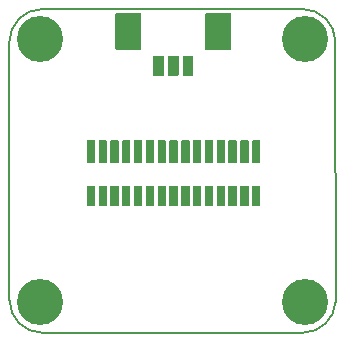
<source format=gbr>
%TF.GenerationSoftware,KiCad,Pcbnew,5.1.12-84ad8e8a86~92~ubuntu18.04.1*%
%TF.CreationDate,2024-08-09T12:32:27+07:00*%
%TF.ProjectId,framos_FSM_IMX_2LANE_Jetson_Adapter,6672616d-6f73-45f4-9653-4d5f494d585f,rev?*%
%TF.SameCoordinates,Original*%
%TF.FileFunction,Soldermask,Bot*%
%TF.FilePolarity,Negative*%
%FSLAX46Y46*%
G04 Gerber Fmt 4.6, Leading zero omitted, Abs format (unit mm)*
G04 Created by KiCad (PCBNEW 5.1.12-84ad8e8a86~92~ubuntu18.04.1) date 2024-08-09 12:32:27*
%MOMM*%
%LPD*%
G01*
G04 APERTURE LIST*
%TA.AperFunction,Profile*%
%ADD10C,0.200000*%
%TD*%
%ADD11C,3.900000*%
G04 APERTURE END LIST*
D10*
X136475000Y-52525000D02*
X136493537Y-74564288D01*
X136493537Y-74564288D02*
G75*
G02*
X133725000Y-77150000I-2768537J189288D01*
G01*
X111650000Y-77150000D02*
G75*
G02*
X108875000Y-74375000I0J2775000D01*
G01*
X133700000Y-49750000D02*
G75*
G02*
X136475000Y-52525000I0J-2775000D01*
G01*
X108875000Y-52525000D02*
G75*
G02*
X111650000Y-49750000I2775000J0D01*
G01*
X108875000Y-74375000D02*
X108875000Y-52525000D01*
X133725000Y-77150000D02*
X111650000Y-77150000D01*
X111650000Y-49750000D02*
X133700000Y-49750000D01*
%TO.C,P1*%
G36*
G01*
X125448040Y-53164280D02*
X125448040Y-50164280D01*
G75*
G02*
X125498040Y-50114280I50000J0D01*
G01*
X127598040Y-50114280D01*
G75*
G02*
X127648040Y-50164280I0J-50000D01*
G01*
X127648040Y-53164280D01*
G75*
G02*
X127598040Y-53214280I-50000J0D01*
G01*
X125498040Y-53214280D01*
G75*
G02*
X125448040Y-53164280I0J50000D01*
G01*
G37*
G36*
G01*
X117848040Y-53164280D02*
X117848040Y-50164280D01*
G75*
G02*
X117898040Y-50114280I50000J0D01*
G01*
X119998040Y-50114280D01*
G75*
G02*
X120048040Y-50164280I0J-50000D01*
G01*
X120048040Y-53164280D01*
G75*
G02*
X119998040Y-53214280I-50000J0D01*
G01*
X117898040Y-53214280D01*
G75*
G02*
X117848040Y-53164280I0J50000D01*
G01*
G37*
G36*
G01*
X123548040Y-55364280D02*
X123548040Y-53764280D01*
G75*
G02*
X123598040Y-53714280I50000J0D01*
G01*
X124398040Y-53714280D01*
G75*
G02*
X124448040Y-53764280I0J-50000D01*
G01*
X124448040Y-55364280D01*
G75*
G02*
X124398040Y-55414280I-50000J0D01*
G01*
X123598040Y-55414280D01*
G75*
G02*
X123548040Y-55364280I0J50000D01*
G01*
G37*
G36*
G01*
X122298040Y-55364280D02*
X122298040Y-53764280D01*
G75*
G02*
X122348040Y-53714280I50000J0D01*
G01*
X123148040Y-53714280D01*
G75*
G02*
X123198040Y-53764280I0J-50000D01*
G01*
X123198040Y-55364280D01*
G75*
G02*
X123148040Y-55414280I-50000J0D01*
G01*
X122348040Y-55414280D01*
G75*
G02*
X122298040Y-55364280I0J50000D01*
G01*
G37*
G36*
G01*
X121048040Y-55364280D02*
X121048040Y-53764280D01*
G75*
G02*
X121098040Y-53714280I50000J0D01*
G01*
X121898040Y-53714280D01*
G75*
G02*
X121948040Y-53764280I0J-50000D01*
G01*
X121948040Y-55364280D01*
G75*
G02*
X121898040Y-55414280I-50000J0D01*
G01*
X121098040Y-55414280D01*
G75*
G02*
X121048040Y-55364280I0J50000D01*
G01*
G37*
%TD*%
D11*
%TO.C,RU1*%
X133944360Y-52324000D03*
%TD*%
%TO.C,RD1*%
X133883400Y-74579480D03*
%TD*%
%TO.C,LU1*%
X111485680Y-52324000D03*
%TD*%
%TO.C,LD1*%
X111455200Y-74569320D03*
%TD*%
%TO.C,J2*%
G36*
G01*
X115423440Y-62765760D02*
X115423440Y-60915760D01*
G75*
G02*
X115473440Y-60865760I50000J0D01*
G01*
X116073440Y-60865760D01*
G75*
G02*
X116123440Y-60915760I0J-50000D01*
G01*
X116123440Y-62765760D01*
G75*
G02*
X116073440Y-62815760I-50000J0D01*
G01*
X115473440Y-62815760D01*
G75*
G02*
X115423440Y-62765760I0J50000D01*
G01*
G37*
G36*
G01*
X115423440Y-66415760D02*
X115423440Y-64765760D01*
G75*
G02*
X115473440Y-64715760I50000J0D01*
G01*
X116073440Y-64715760D01*
G75*
G02*
X116123440Y-64765760I0J-50000D01*
G01*
X116123440Y-66415760D01*
G75*
G02*
X116073440Y-66465760I-50000J0D01*
G01*
X115473440Y-66465760D01*
G75*
G02*
X115423440Y-66415760I0J50000D01*
G01*
G37*
G36*
G01*
X116423440Y-62765760D02*
X116423440Y-60915760D01*
G75*
G02*
X116473440Y-60865760I50000J0D01*
G01*
X117073440Y-60865760D01*
G75*
G02*
X117123440Y-60915760I0J-50000D01*
G01*
X117123440Y-62765760D01*
G75*
G02*
X117073440Y-62815760I-50000J0D01*
G01*
X116473440Y-62815760D01*
G75*
G02*
X116423440Y-62765760I0J50000D01*
G01*
G37*
G36*
G01*
X117423440Y-62765760D02*
X117423440Y-60915760D01*
G75*
G02*
X117473440Y-60865760I50000J0D01*
G01*
X118073440Y-60865760D01*
G75*
G02*
X118123440Y-60915760I0J-50000D01*
G01*
X118123440Y-62765760D01*
G75*
G02*
X118073440Y-62815760I-50000J0D01*
G01*
X117473440Y-62815760D01*
G75*
G02*
X117423440Y-62765760I0J50000D01*
G01*
G37*
G36*
G01*
X118423440Y-62765760D02*
X118423440Y-60915760D01*
G75*
G02*
X118473440Y-60865760I50000J0D01*
G01*
X119073440Y-60865760D01*
G75*
G02*
X119123440Y-60915760I0J-50000D01*
G01*
X119123440Y-62765760D01*
G75*
G02*
X119073440Y-62815760I-50000J0D01*
G01*
X118473440Y-62815760D01*
G75*
G02*
X118423440Y-62765760I0J50000D01*
G01*
G37*
G36*
G01*
X119423440Y-62765760D02*
X119423440Y-60915760D01*
G75*
G02*
X119473440Y-60865760I50000J0D01*
G01*
X120073440Y-60865760D01*
G75*
G02*
X120123440Y-60915760I0J-50000D01*
G01*
X120123440Y-62765760D01*
G75*
G02*
X120073440Y-62815760I-50000J0D01*
G01*
X119473440Y-62815760D01*
G75*
G02*
X119423440Y-62765760I0J50000D01*
G01*
G37*
G36*
G01*
X120423440Y-62765760D02*
X120423440Y-60915760D01*
G75*
G02*
X120473440Y-60865760I50000J0D01*
G01*
X121073440Y-60865760D01*
G75*
G02*
X121123440Y-60915760I0J-50000D01*
G01*
X121123440Y-62765760D01*
G75*
G02*
X121073440Y-62815760I-50000J0D01*
G01*
X120473440Y-62815760D01*
G75*
G02*
X120423440Y-62765760I0J50000D01*
G01*
G37*
G36*
G01*
X121423440Y-62765760D02*
X121423440Y-60915760D01*
G75*
G02*
X121473440Y-60865760I50000J0D01*
G01*
X122073440Y-60865760D01*
G75*
G02*
X122123440Y-60915760I0J-50000D01*
G01*
X122123440Y-62765760D01*
G75*
G02*
X122073440Y-62815760I-50000J0D01*
G01*
X121473440Y-62815760D01*
G75*
G02*
X121423440Y-62765760I0J50000D01*
G01*
G37*
G36*
G01*
X122423440Y-62765760D02*
X122423440Y-60915760D01*
G75*
G02*
X122473440Y-60865760I50000J0D01*
G01*
X123073440Y-60865760D01*
G75*
G02*
X123123440Y-60915760I0J-50000D01*
G01*
X123123440Y-62765760D01*
G75*
G02*
X123073440Y-62815760I-50000J0D01*
G01*
X122473440Y-62815760D01*
G75*
G02*
X122423440Y-62765760I0J50000D01*
G01*
G37*
G36*
G01*
X123423440Y-62765760D02*
X123423440Y-60915760D01*
G75*
G02*
X123473440Y-60865760I50000J0D01*
G01*
X124073440Y-60865760D01*
G75*
G02*
X124123440Y-60915760I0J-50000D01*
G01*
X124123440Y-62765760D01*
G75*
G02*
X124073440Y-62815760I-50000J0D01*
G01*
X123473440Y-62815760D01*
G75*
G02*
X123423440Y-62765760I0J50000D01*
G01*
G37*
G36*
G01*
X124423440Y-62765760D02*
X124423440Y-60915760D01*
G75*
G02*
X124473440Y-60865760I50000J0D01*
G01*
X125073440Y-60865760D01*
G75*
G02*
X125123440Y-60915760I0J-50000D01*
G01*
X125123440Y-62765760D01*
G75*
G02*
X125073440Y-62815760I-50000J0D01*
G01*
X124473440Y-62815760D01*
G75*
G02*
X124423440Y-62765760I0J50000D01*
G01*
G37*
G36*
G01*
X125423440Y-62765760D02*
X125423440Y-60915760D01*
G75*
G02*
X125473440Y-60865760I50000J0D01*
G01*
X126073440Y-60865760D01*
G75*
G02*
X126123440Y-60915760I0J-50000D01*
G01*
X126123440Y-62765760D01*
G75*
G02*
X126073440Y-62815760I-50000J0D01*
G01*
X125473440Y-62815760D01*
G75*
G02*
X125423440Y-62765760I0J50000D01*
G01*
G37*
G36*
G01*
X126423440Y-62765760D02*
X126423440Y-60915760D01*
G75*
G02*
X126473440Y-60865760I50000J0D01*
G01*
X127073440Y-60865760D01*
G75*
G02*
X127123440Y-60915760I0J-50000D01*
G01*
X127123440Y-62765760D01*
G75*
G02*
X127073440Y-62815760I-50000J0D01*
G01*
X126473440Y-62815760D01*
G75*
G02*
X126423440Y-62765760I0J50000D01*
G01*
G37*
G36*
G01*
X127423440Y-62765760D02*
X127423440Y-60915760D01*
G75*
G02*
X127473440Y-60865760I50000J0D01*
G01*
X128073440Y-60865760D01*
G75*
G02*
X128123440Y-60915760I0J-50000D01*
G01*
X128123440Y-62765760D01*
G75*
G02*
X128073440Y-62815760I-50000J0D01*
G01*
X127473440Y-62815760D01*
G75*
G02*
X127423440Y-62765760I0J50000D01*
G01*
G37*
G36*
G01*
X128423440Y-62765760D02*
X128423440Y-60915760D01*
G75*
G02*
X128473440Y-60865760I50000J0D01*
G01*
X129073440Y-60865760D01*
G75*
G02*
X129123440Y-60915760I0J-50000D01*
G01*
X129123440Y-62765760D01*
G75*
G02*
X129073440Y-62815760I-50000J0D01*
G01*
X128473440Y-62815760D01*
G75*
G02*
X128423440Y-62765760I0J50000D01*
G01*
G37*
G36*
G01*
X129423440Y-62765760D02*
X129423440Y-60915760D01*
G75*
G02*
X129473440Y-60865760I50000J0D01*
G01*
X130073440Y-60865760D01*
G75*
G02*
X130123440Y-60915760I0J-50000D01*
G01*
X130123440Y-62765760D01*
G75*
G02*
X130073440Y-62815760I-50000J0D01*
G01*
X129473440Y-62815760D01*
G75*
G02*
X129423440Y-62765760I0J50000D01*
G01*
G37*
G36*
G01*
X116423440Y-66415760D02*
X116423440Y-64765760D01*
G75*
G02*
X116473440Y-64715760I50000J0D01*
G01*
X117073440Y-64715760D01*
G75*
G02*
X117123440Y-64765760I0J-50000D01*
G01*
X117123440Y-66415760D01*
G75*
G02*
X117073440Y-66465760I-50000J0D01*
G01*
X116473440Y-66465760D01*
G75*
G02*
X116423440Y-66415760I0J50000D01*
G01*
G37*
G36*
G01*
X117423440Y-66415760D02*
X117423440Y-64765760D01*
G75*
G02*
X117473440Y-64715760I50000J0D01*
G01*
X118073440Y-64715760D01*
G75*
G02*
X118123440Y-64765760I0J-50000D01*
G01*
X118123440Y-66415760D01*
G75*
G02*
X118073440Y-66465760I-50000J0D01*
G01*
X117473440Y-66465760D01*
G75*
G02*
X117423440Y-66415760I0J50000D01*
G01*
G37*
G36*
G01*
X118423440Y-66415760D02*
X118423440Y-64765760D01*
G75*
G02*
X118473440Y-64715760I50000J0D01*
G01*
X119073440Y-64715760D01*
G75*
G02*
X119123440Y-64765760I0J-50000D01*
G01*
X119123440Y-66415760D01*
G75*
G02*
X119073440Y-66465760I-50000J0D01*
G01*
X118473440Y-66465760D01*
G75*
G02*
X118423440Y-66415760I0J50000D01*
G01*
G37*
G36*
G01*
X119423440Y-66415760D02*
X119423440Y-64765760D01*
G75*
G02*
X119473440Y-64715760I50000J0D01*
G01*
X120073440Y-64715760D01*
G75*
G02*
X120123440Y-64765760I0J-50000D01*
G01*
X120123440Y-66415760D01*
G75*
G02*
X120073440Y-66465760I-50000J0D01*
G01*
X119473440Y-66465760D01*
G75*
G02*
X119423440Y-66415760I0J50000D01*
G01*
G37*
G36*
G01*
X120423440Y-66415760D02*
X120423440Y-64765760D01*
G75*
G02*
X120473440Y-64715760I50000J0D01*
G01*
X121073440Y-64715760D01*
G75*
G02*
X121123440Y-64765760I0J-50000D01*
G01*
X121123440Y-66415760D01*
G75*
G02*
X121073440Y-66465760I-50000J0D01*
G01*
X120473440Y-66465760D01*
G75*
G02*
X120423440Y-66415760I0J50000D01*
G01*
G37*
G36*
G01*
X121423440Y-66415760D02*
X121423440Y-64765760D01*
G75*
G02*
X121473440Y-64715760I50000J0D01*
G01*
X122073440Y-64715760D01*
G75*
G02*
X122123440Y-64765760I0J-50000D01*
G01*
X122123440Y-66415760D01*
G75*
G02*
X122073440Y-66465760I-50000J0D01*
G01*
X121473440Y-66465760D01*
G75*
G02*
X121423440Y-66415760I0J50000D01*
G01*
G37*
G36*
G01*
X122423440Y-66415760D02*
X122423440Y-64765760D01*
G75*
G02*
X122473440Y-64715760I50000J0D01*
G01*
X123073440Y-64715760D01*
G75*
G02*
X123123440Y-64765760I0J-50000D01*
G01*
X123123440Y-66415760D01*
G75*
G02*
X123073440Y-66465760I-50000J0D01*
G01*
X122473440Y-66465760D01*
G75*
G02*
X122423440Y-66415760I0J50000D01*
G01*
G37*
G36*
G01*
X123423440Y-66415760D02*
X123423440Y-64765760D01*
G75*
G02*
X123473440Y-64715760I50000J0D01*
G01*
X124073440Y-64715760D01*
G75*
G02*
X124123440Y-64765760I0J-50000D01*
G01*
X124123440Y-66415760D01*
G75*
G02*
X124073440Y-66465760I-50000J0D01*
G01*
X123473440Y-66465760D01*
G75*
G02*
X123423440Y-66415760I0J50000D01*
G01*
G37*
G36*
G01*
X124423440Y-66415760D02*
X124423440Y-64765760D01*
G75*
G02*
X124473440Y-64715760I50000J0D01*
G01*
X125073440Y-64715760D01*
G75*
G02*
X125123440Y-64765760I0J-50000D01*
G01*
X125123440Y-66415760D01*
G75*
G02*
X125073440Y-66465760I-50000J0D01*
G01*
X124473440Y-66465760D01*
G75*
G02*
X124423440Y-66415760I0J50000D01*
G01*
G37*
G36*
G01*
X125423440Y-66415760D02*
X125423440Y-64765760D01*
G75*
G02*
X125473440Y-64715760I50000J0D01*
G01*
X126073440Y-64715760D01*
G75*
G02*
X126123440Y-64765760I0J-50000D01*
G01*
X126123440Y-66415760D01*
G75*
G02*
X126073440Y-66465760I-50000J0D01*
G01*
X125473440Y-66465760D01*
G75*
G02*
X125423440Y-66415760I0J50000D01*
G01*
G37*
G36*
G01*
X126423440Y-66415760D02*
X126423440Y-64765760D01*
G75*
G02*
X126473440Y-64715760I50000J0D01*
G01*
X127073440Y-64715760D01*
G75*
G02*
X127123440Y-64765760I0J-50000D01*
G01*
X127123440Y-66415760D01*
G75*
G02*
X127073440Y-66465760I-50000J0D01*
G01*
X126473440Y-66465760D01*
G75*
G02*
X126423440Y-66415760I0J50000D01*
G01*
G37*
G36*
G01*
X127423440Y-66415760D02*
X127423440Y-64765760D01*
G75*
G02*
X127473440Y-64715760I50000J0D01*
G01*
X128073440Y-64715760D01*
G75*
G02*
X128123440Y-64765760I0J-50000D01*
G01*
X128123440Y-66415760D01*
G75*
G02*
X128073440Y-66465760I-50000J0D01*
G01*
X127473440Y-66465760D01*
G75*
G02*
X127423440Y-66415760I0J50000D01*
G01*
G37*
G36*
G01*
X128423440Y-66415760D02*
X128423440Y-64765760D01*
G75*
G02*
X128473440Y-64715760I50000J0D01*
G01*
X129073440Y-64715760D01*
G75*
G02*
X129123440Y-64765760I0J-50000D01*
G01*
X129123440Y-66415760D01*
G75*
G02*
X129073440Y-66465760I-50000J0D01*
G01*
X128473440Y-66465760D01*
G75*
G02*
X128423440Y-66415760I0J50000D01*
G01*
G37*
G36*
G01*
X129423440Y-66415760D02*
X129423440Y-64765760D01*
G75*
G02*
X129473440Y-64715760I50000J0D01*
G01*
X130073440Y-64715760D01*
G75*
G02*
X130123440Y-64765760I0J-50000D01*
G01*
X130123440Y-66415760D01*
G75*
G02*
X130073440Y-66465760I-50000J0D01*
G01*
X129473440Y-66465760D01*
G75*
G02*
X129423440Y-66415760I0J50000D01*
G01*
G37*
%TD*%
M02*

</source>
